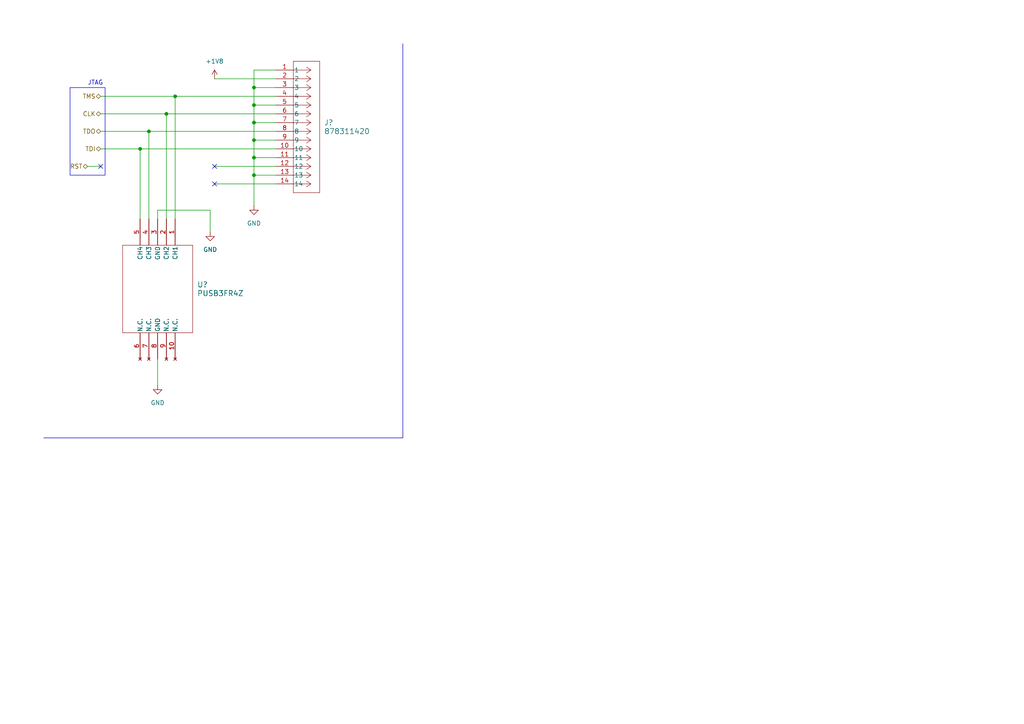
<source format=kicad_sch>
(kicad_sch (version 20231120) (generator "eeschema") (generator_version "8.0")
  (paper "A4")
  (lib_symbols
    (symbol "PSEC5_ctrlbd:878311420" (pin_names (offset 0.254))
      (property "Reference" "J" (at 8.89 6.35 0))
      (property "Value" "878311420" (at 0.254 4.826 0))
      (symbol "878311420_1_1"
        (polyline (pts (xy 5.08 -35.56) (xy 12.7 -35.56)) (stroke (width 0.127)))
        (polyline (pts (xy 5.08 2.54) (xy 5.08 -35.56)) (stroke (width 0.127)))
        (polyline (pts (xy 10.16 -33.02) (xy 5.08 -33.02)) (stroke (width 0.127)))
        (polyline (pts (xy 10.16 -33.02) (xy 8.89 -33.8667)) (stroke (width 0.127)))
        (polyline (pts (xy 10.16 -33.02) (xy 8.89 -32.1733)) (stroke (width 0.127)))
        (polyline (pts (xy 10.16 -30.48) (xy 5.08 -30.48)) (stroke (width 0.127)))
        (polyline (pts (xy 10.16 -30.48) (xy 8.89 -31.3267)) (stroke (width 0.127)))
        (polyline (pts (xy 10.16 -30.48) (xy 8.89 -29.6333)) (stroke (width 0.127)))
        (polyline (pts (xy 10.16 -27.94) (xy 5.08 -27.94)) (stroke (width 0.127)))
        (polyline (pts (xy 10.16 -27.94) (xy 8.89 -28.7867)) (stroke (width 0.127)))
        (polyline (pts (xy 10.16 -27.94) (xy 8.89 -27.0933)) (stroke (width 0.127)))
        (polyline (pts (xy 10.16 -25.4) (xy 5.08 -25.4)) (stroke (width 0.127)))
        (polyline (pts (xy 10.16 -25.4) (xy 8.89 -26.2467)) (stroke (width 0.127)))
        (polyline (pts (xy 10.16 -25.4) (xy 8.89 -24.5533)) (stroke (width 0.127)))
        (polyline (pts (xy 10.16 -22.86) (xy 5.08 -22.86)) (stroke (width 0.127)))
        (polyline (pts (xy 10.16 -22.86) (xy 8.89 -23.7067)) (stroke (width 0.127)))
        (polyline (pts (xy 10.16 -22.86) (xy 8.89 -22.0133)) (stroke (width 0.127)))
        (polyline (pts (xy 10.16 -20.32) (xy 5.08 -20.32)) (stroke (width 0.127)))
        (polyline (pts (xy 10.16 -20.32) (xy 8.89 -21.1667)) (stroke (width 0.127)))
        (polyline (pts (xy 10.16 -20.32) (xy 8.89 -19.4733)) (stroke (width 0.127)))
        (polyline (pts (xy 10.16 -17.78) (xy 5.08 -17.78)) (stroke (width 0.127)))
        (polyline (pts (xy 10.16 -17.78) (xy 8.89 -18.6267)) (stroke (width 0.127)))
        (polyline (pts (xy 10.16 -17.78) (xy 8.89 -16.9333)) (stroke (width 0.127)))
        (polyline (pts (xy 10.16 -15.24) (xy 5.08 -15.24)) (stroke (width 0.127)))
        (polyline (pts (xy 10.16 -15.24) (xy 8.89 -16.0867)) (stroke (width 0.127)))
        (polyline (pts (xy 10.16 -15.24) (xy 8.89 -14.3933)) (stroke (width 0.127)))
        (polyline (pts (xy 10.16 -12.7) (xy 5.08 -12.7)) (stroke (width 0.127)))
        (polyline (pts (xy 10.16 -12.7) (xy 8.89 -13.5467)) (stroke (width 0.127)))
        (polyline (pts (xy 10.16 -12.7) (xy 8.89 -11.8533)) (stroke (width 0.127)))
        (polyline (pts (xy 10.16 -10.16) (xy 5.08 -10.16)) (stroke (width 0.127)))
        (polyline (pts (xy 10.16 -10.16) (xy 8.89 -11.0067)) (stroke (width 0.127)))
        (polyline (pts (xy 10.16 -10.16) (xy 8.89 -9.3133)) (stroke (width 0.127)))
        (polyline (pts (xy 10.16 -7.62) (xy 5.08 -7.62)) (stroke (width 0.127)))
        (polyline (pts (xy 10.16 -7.62) (xy 8.89 -8.4667)) (stroke (width 0.127)))
        (polyline (pts (xy 10.16 -7.62) (xy 8.89 -6.7733)) (stroke (width 0.127)))
        (polyline (pts (xy 10.16 -5.08) (xy 5.08 -5.08)) (stroke (width 0.127)))
        (polyline (pts (xy 10.16 -5.08) (xy 8.89 -5.9267)) (stroke (width 0.127)))
        (polyline (pts (xy 10.16 -5.08) (xy 8.89 -4.2333)) (stroke (width 0.127)))
        (polyline (pts (xy 10.16 -2.54) (xy 5.08 -2.54)) (stroke (width 0.127)))
        (polyline (pts (xy 10.16 -2.54) (xy 8.89 -3.3867)) (stroke (width 0.127)))
        (polyline (pts (xy 10.16 -2.54) (xy 8.89 -1.6933)) (stroke (width 0.127)))
        (polyline (pts (xy 10.16 0) (xy 5.08 0)) (stroke (width 0.127)))
        (polyline (pts (xy 10.16 0) (xy 8.89 -0.8467)) (stroke (width 0.127)))
        (polyline (pts (xy 10.16 0) (xy 8.89 0.8467)) (stroke (width 0.127)))
        (polyline (pts (xy 12.7 -35.56) (xy 12.7 2.54)) (stroke (width 0.127)))
        (polyline (pts (xy 12.7 2.54) (xy 5.08 2.54)) (stroke (width 0.127)))
        (pin unspecified line (at 0 0 0) (length 5.08) (name "1") (number "1"))
        (pin unspecified line (at 0 -22.86 0) (length 5.08) (name "10") (number "10"))
        (pin unspecified line (at 0 -25.4 0) (length 5.08) (name "11") (number "11"))
        (pin unspecified line (at 0 -27.94 0) (length 5.08) (name "12") (number "12"))
        (pin unspecified line (at 0 -30.48 0) (length 5.08) (name "13") (number "13"))
        (pin unspecified line (at 0 -33.02 0) (length 5.08) (name "14") (number "14"))
        (pin unspecified line (at 0 -2.54 0) (length 5.08) (name "2") (number "2"))
        (pin unspecified line (at 0 -5.08 0) (length 5.08) (name "3") (number "3"))
        (pin unspecified line (at 0 -7.62 0) (length 5.08) (name "4") (number "4"))
        (pin unspecified line (at 0 -10.16 0) (length 5.08) (name "5") (number "5"))
        (pin unspecified line (at 0 -12.7 0) (length 5.08) (name "6") (number "6"))
        (pin unspecified line (at 0 -15.24 0) (length 5.08) (name "7") (number "7"))
        (pin unspecified line (at 0 -17.78 0) (length 5.08) (name "8") (number "8"))
        (pin unspecified line (at 0 -20.32 0) (length 5.08) (name "9") (number "9"))
      )
      (symbol "878311420_1_2"
        (polyline (pts (xy 5.08 -35.56) (xy 12.7 -35.56)) (stroke (width 0.127)))
        (polyline (pts (xy 5.08 2.54) (xy 5.08 -35.56)) (stroke (width 0.127)))
        (polyline (pts (xy 7.62 -33.02) (xy 5.08 -33.02)) (stroke (width 0.127)))
        (polyline (pts (xy 7.62 -33.02) (xy 8.89 -33.8667)) (stroke (width 0.127)))
        (polyline (pts (xy 7.62 -33.02) (xy 8.89 -32.1733)) (stroke (width 0.127)))
        (polyline (pts (xy 7.62 -30.48) (xy 5.08 -30.48)) (stroke (width 0.127)))
        (polyline (pts (xy 7.62 -30.48) (xy 8.89 -31.3267)) (stroke (width 0.127)))
        (polyline (pts (xy 7.62 -30.48) (xy 8.89 -29.6333)) (stroke (width 0.127)))
        (polyline (pts (xy 7.62 -27.94) (xy 5.08 -27.94)) (stroke (width 0.127)))
        (polyline (pts (xy 7.62 -27.94) (xy 8.89 -28.7867)) (stroke (width 0.127)))
        (polyline (pts (xy 7.62 -27.94) (xy 8.89 -27.0933)) (stroke (width 0.127)))
        (polyline (pts (xy 7.62 -25.4) (xy 5.08 -25.4)) (stroke (width 0.127)))
        (polyline (pts (xy 7.62 -25.4) (xy 8.89 -26.2467)) (stroke (width 0.127)))
        (polyline (pts (xy 7.62 -25.4) (xy 8.89 -24.5533)) (stroke (width 0.127)))
        (polyline (pts (xy 7.62 -22.86) (xy 5.08 -22.86)) (stroke (width 0.127)))
        (polyline (pts (xy 7.62 -22.86) (xy 8.89 -23.7067)) (stroke (width 0.127)))
        (polyline (pts (xy 7.62 -22.86) (xy 8.89 -22.0133)) (stroke (width 0.127)))
        (polyline (pts (xy 7.62 -20.32) (xy 5.08 -20.32)) (stroke (width 0.127)))
        (polyline (pts (xy 7.62 -20.32) (xy 8.89 -21.1667)) (stroke (width 0.127)))
        (polyline (pts (xy 7.62 -20.32) (xy 8.89 -19.4733)) (stroke (width 0.127)))
        (polyline (pts (xy 7.62 -17.78) (xy 5.08 -17.78)) (stroke (width 0.127)))
        (polyline (pts (xy 7.62 -17.78) (xy 8.89 -18.6267)) (stroke (width 0.127)))
        (polyline (pts (xy 7.62 -17.78) (xy 8.89 -16.9333)) (stroke (width 0.127)))
        (polyline (pts (xy 7.62 -15.24) (xy 5.08 -15.24)) (stroke (width 0.127)))
        (polyline (pts (xy 7.62 -15.24) (xy 8.89 -16.0867)) (stroke (width 0.127)))
        (polyline (pts (xy 7.62 -15.24) (xy 8.89 -14.3933)) (stroke (width 0.127)))
        (polyline (pts (xy 7.62 -12.7) (xy 5.08 -12.7)) (stroke (width 0.127)))
        (polyline (pts (xy 7.62 -12.7) (xy 8.89 -13.5467)) (stroke (width 0.127)))
        (polyline (pts (xy 7.62 -12.7) (xy 8.89 -11.8533)) (stroke (width 0.127)))
        (polyline (pts (xy 7.62 -10.16) (xy 5.08 -10.16)) (stroke (width 0.127)))
        (polyline (pts (xy 7.62 -10.16) (xy 8.89 -11.0067)) (stroke (width 0.127)))
        (polyline (pts (xy 7.62 -10.16) (xy 8.89 -9.3133)) (stroke (width 0.127)))
        (polyline (pts (xy 7.62 -7.62) (xy 5.08 -7.62)) (stroke (width 0.127)))
        (polyline (pts (xy 7.62 -7.62) (xy 8.89 -8.4667)) (stroke (width 0.127)))
        (polyline (pts (xy 7.62 -7.62) (xy 8.89 -6.7733)) (stroke (width 0.127)))
        (polyline (pts (xy 7.62 -5.08) (xy 5.08 -5.08)) (stroke (width 0.127)))
        (polyline (pts (xy 7.62 -5.08) (xy 8.89 -5.9267)) (stroke (width 0.127)))
        (polyline (pts (xy 7.62 -5.08) (xy 8.89 -4.2333)) (stroke (width 0.127)))
        (polyline (pts (xy 7.62 -2.54) (xy 5.08 -2.54)) (stroke (width 0.127)))
        (polyline (pts (xy 7.62 -2.54) (xy 8.89 -3.3867)) (stroke (width 0.127)))
        (polyline (pts (xy 7.62 -2.54) (xy 8.89 -1.6933)) (stroke (width 0.127)))
        (polyline (pts (xy 7.62 0) (xy 5.08 0)) (stroke (width 0.127)))
        (polyline (pts (xy 7.62 0) (xy 8.89 -0.8467)) (stroke (width 0.127)))
        (polyline (pts (xy 7.62 0) (xy 8.89 0.8467)) (stroke (width 0.127)))
        (polyline (pts (xy 12.7 -35.56) (xy 12.7 2.54)) (stroke (width 0.127)))
        (polyline (pts (xy 12.7 2.54) (xy 5.08 2.54)) (stroke (width 0.127)))
        (pin unspecified line (at 0 0 0) (length 5.08) (name "1") (number "1"))
        (pin unspecified line (at 0 -22.86 0) (length 5.08) (name "10") (number "10"))
        (pin unspecified line (at 0 -25.4 0) (length 5.08) (name "11") (number "11"))
        (pin unspecified line (at 0 -27.94 0) (length 5.08) (name "12") (number "12"))
        (pin unspecified line (at 0 -30.48 0) (length 5.08) (name "13") (number "13"))
        (pin unspecified line (at 0 -33.02 0) (length 5.08) (name "14") (number "14"))
        (pin unspecified line (at 0 -2.54 0) (length 5.08) (name "2") (number "2"))
        (pin unspecified line (at 0 -5.08 0) (length 5.08) (name "3") (number "3"))
        (pin unspecified line (at 0 -7.62 0) (length 5.08) (name "4") (number "4"))
        (pin unspecified line (at 0 -10.16 0) (length 5.08) (name "5") (number "5"))
        (pin unspecified line (at 0 -12.7 0) (length 5.08) (name "6") (number "6"))
        (pin unspecified line (at 0 -15.24 0) (length 5.08) (name "7") (number "7"))
        (pin unspecified line (at 0 -17.78 0) (length 5.08) (name "8") (number "8"))
        (pin unspecified line (at 0 -20.32 0) (length 5.08) (name "9") (number "9"))
      )
    )
    (symbol "PSEC5_ctrlbd:PUSB3FR4Z" (pin_names (offset 0.254))
      (property "Reference" "U" (at 20.32 10.16 0))
      (property "Value" "PUSB3FR4Z" (at 20.32 7.62 0))
      (symbol "PUSB3FR4Z_1_1"
        (polyline (pts (xy 7.62 -15.24) (xy 33.02 -15.24)) (stroke (width 0.127)))
        (polyline (pts (xy 7.62 5.08) (xy 7.62 -15.24)) (stroke (width 0.127)))
        (polyline (pts (xy 33.02 -15.24) (xy 33.02 5.08)) (stroke (width 0.127)))
        (polyline (pts (xy 33.02 5.08) (xy 7.62 5.08)) (stroke (width 0.127)))
        (pin bidirectional line (at 0 0 0) (length 7.62) (name "CH1") (number "1"))
        (pin no_connect line (at 40.64 0 180) (length 7.62) (name "N.C.") (number "10"))
        (pin bidirectional line (at 0 -2.54 0) (length 7.62) (name "CH2") (number "2"))
        (pin power_out line (at 0 -5.08 0) (length 7.62) (name "GND") (number "3"))
        (pin bidirectional line (at 0 -7.62 0) (length 7.62) (name "CH3") (number "4"))
        (pin bidirectional line (at 0 -10.16 0) (length 7.62) (name "CH4") (number "5"))
        (pin no_connect line (at 40.64 -10.16 180) (length 7.62) (name "N.C.") (number "6"))
        (pin no_connect line (at 40.64 -7.62 180) (length 7.62) (name "N.C.") (number "7"))
        (pin power_out line (at 40.64 -5.08 180) (length 7.62) (name "GND") (number "8"))
        (pin no_connect line (at 40.64 -2.54 180) (length 7.62) (name "N.C.") (number "9"))
      )
    )
    (symbol "power:+1V8" (power) (pin_numbers hide) (pin_names (offset 0) hide)
      (property "Value" "+1V8" (at 0 3.556 0))
      (symbol "+1V8_0_1"
        (polyline (pts (xy -0.762 1.27) (xy 0 2.54)))
        (polyline (pts (xy 0 0) (xy 0 2.54)))
        (polyline (pts (xy 0 2.54) (xy 0.762 1.27)))
      )
      (symbol "+1V8_1_1"
        (pin power_in line (at 0 0 90) (length 0) (name "~") (number "1"))
      )
    )
    (symbol "power:GND" (power) (pin_numbers hide) (pin_names (offset 0) hide)
      (property "Value" "GND" (at 0 -3.81 0))
      (symbol "GND_0_1"
        (polyline (pts (xy 0 0) (xy 0 -1.27) (xy 1.27 -1.27) (xy 0 -2.54) (xy -1.27 -1.27) (xy 0 -1.27)))
      )
      (symbol "GND_1_1"
        (pin power_in line (at 0 0 270) (length 0) (name "~") (number "1"))
      )
    )
  )
  (junction (at 73.66 40.64))
  (junction (at 73.66 45.72))
  (junction (at 43.18 38.1))
  (junction (at 48.26 33.02))
  (junction (at 73.66 35.56))
  (junction (at 73.66 50.8))
  (junction (at 40.64 43.18))
  (junction (at 73.66 30.48))
  (junction (at 50.8 27.94))
  (junction (at 73.66 25.4))
  (no_connect (at 29.21 48.26))
  (no_connect (at 62.23 48.26))
  (no_connect (at 62.23 53.34))
  (polyline (pts (xy 17.78 127) (xy 116.84 127)))
  (wire (pts (xy 73.66 35.56) (xy 80.01 35.56)))
  (wire (pts (xy 45.72 63.5) (xy 45.72 60.96)))
  (wire (pts (xy 73.66 30.48) (xy 80.01 30.48)))
  (wire (pts (xy 29.21 33.02) (xy 48.26 33.02)))
  (wire (pts (xy 25.4 48.26) (xy 29.21 48.26)))
  (wire (pts (xy 40.64 43.18) (xy 80.01 43.18)))
  (wire (pts (xy 45.72 104.14) (xy 45.72 111.76)))
  (wire (pts (xy 29.21 38.1) (xy 43.18 38.1)))
  (wire (pts (xy 43.18 38.1) (xy 80.01 38.1)))
  (wire (pts (xy 62.23 53.34) (xy 80.01 53.34)))
  (wire (pts (xy 43.18 38.1) (xy 43.18 63.5)))
  (wire (pts (xy 73.66 35.56) (xy 73.66 40.64)))
  (wire (pts (xy 40.64 43.18) (xy 40.64 63.5)))
  (wire (pts (xy 50.8 27.94) (xy 50.8 63.5)))
  (wire (pts (xy 62.23 48.26) (xy 80.01 48.26)))
  (wire (pts (xy 73.66 50.8) (xy 73.66 59.69)))
  (wire (pts (xy 73.66 40.64) (xy 80.01 40.64)))
  (wire (pts (xy 29.21 27.94) (xy 50.8 27.94)))
  (wire (pts (xy 73.66 45.72) (xy 80.01 45.72)))
  (wire (pts (xy 73.66 25.4) (xy 80.01 25.4)))
  (wire (pts (xy 73.66 30.48) (xy 73.66 35.56)))
  (wire (pts (xy 73.66 20.32) (xy 73.66 25.4)))
  (polyline (pts (xy 116.84 12.7) (xy 116.84 127)))
  (wire (pts (xy 73.66 40.64) (xy 73.66 45.72)))
  (wire (pts (xy 62.23 22.86) (xy 80.01 22.86)))
  (wire (pts (xy 50.8 27.94) (xy 80.01 27.94)))
  (wire (pts (xy 73.66 25.4) (xy 73.66 30.48)))
  (wire (pts (xy 73.66 50.8) (xy 80.01 50.8)))
  (wire (pts (xy 29.21 43.18) (xy 40.64 43.18)))
  (wire (pts (xy 48.26 33.02) (xy 48.26 63.5)))
  (wire (pts (xy 45.72 60.96) (xy 60.96 60.96)))
  (wire (pts (xy 73.66 45.72) (xy 73.66 50.8)))
  (polyline (pts (xy 12.7 127) (xy 17.78 127)))
  (wire (pts (xy 48.26 33.02) (xy 80.01 33.02)))
  (wire (pts (xy 60.96 60.96) (xy 60.96 67.31)))
  (wire (pts (xy 73.66 20.32) (xy 80.01 20.32)))
  (rectangle (start 20.32 25.4) (end 30.48 50.8))
  (text "JTAG" (at 27.686 24.13 0) (effects (font (size 1.27 1.27))))
  (hierarchical_label "TDI" (shape bidirectional) (at 29.21 43.18 180))
  (hierarchical_label "TMS" (shape bidirectional) (at 29.21 27.94 180))
  (hierarchical_label "TDO" (shape bidirectional) (at 29.21 38.1 180))
  (hierarchical_label "CLK" (shape bidirectional) (at 29.21 33.02 180))
  (hierarchical_label "RST" (shape bidirectional) (at 25.4 48.26 180))
  (symbol (lib_id "PSEC5_ctrlbd:PUSB3FR4Z") (at 50.8 63.5 270) (unit 1)
    (property "Reference" "U?" (at 57.15 82.5499 90) (effects (font (size 1.524 1.524)) (justify left)))
    (property "Value" "PUSB3FR4Z" (at 57.15 85.0899 90) (effects (font (size 1.524 1.524)) (justify left)))
    (property "Footprint" "U_PUSB3FR4Z_NEX" (effects (hide yes)))
    (property "Datasheet" "PUSB3FR4Z" (effects (hide yes)))
    (instances (project "PSEC5_Ctrl_Board" (path "" (reference "U?") (unit 1)) (path "" (reference "U3") (unit 1))))
  )
  (symbol (lib_id "power:+1V8") (at 62.23 22.86 0) (unit 1)
    (property "Reference" "#PWR?" (effects (hide yes)))
    (property "Value" "+1V8" (at 62.23 17.78 0))
    (property "Description" "Power symbol creates a global label with name \"+1V8\"" (effects (hide yes)))
    (instances (project "PSEC5_Ctrl_Board" (path "" (reference "#PWR?") (unit 1)) (path "" (reference "#PWR062") (unit 1))))
  )
  (symbol (lib_id "power:GND") (at 45.72 111.76 0) (unit 1)
    (property "Reference" "#PWR?" (effects (hide yes)))
    (property "Value" "GND" (at 45.72 116.84 0))
    (property "Description" "Power symbol creates a global label with name \"GND\" , ground" (effects (hide yes)))
    (instances (project "PSEC5_Ctrl_Board" (path "" (reference "#PWR?") (unit 1)) (path "" (reference "#PWR060") (unit 1))))
  )
  (symbol (lib_id "PSEC5_ctrlbd:878311420") (at 80.01 20.32 0) (unit 1)
    (property "Reference" "J?" (at 93.98 35.5599 0) (effects (font (size 1.524 1.524)) (justify left)))
    (property "Value" "878311420" (at 93.98 38.0999 0) (effects (font (size 1.524 1.524)) (justify left)))
    (property "Footprint" "CONN_87831-1420_MOL" (effects (hide yes)))
    (property "Datasheet" "878311420" (effects (hide yes)))
    (instances (project "PSEC5_Ctrl_Board" (path "" (reference "J?") (unit 1)) (path "" (reference "J12") (unit 1))))
  )
  (symbol (lib_id "power:GND") (at 60.96 67.31 0) (unit 1)
    (property "Reference" "#PWR?" (effects (hide yes)))
    (property "Value" "GND" (at 60.96 72.39 0))
    (property "Description" "Power symbol creates a global label with name \"GND\" , ground" (effects (hide yes)))
    (instances (project "PSEC5_Ctrl_Board" (path "" (reference "#PWR?") (unit 1)) (path "" (reference "#PWR061") (unit 1))))
  )
  (symbol (lib_id "power:GND") (at 73.66 59.69 0) (unit 1)
    (property "Reference" "#PWR?" (effects (hide yes)))
    (property "Value" "GND" (at 73.66 64.77 0))
    (property "Description" "Power symbol creates a global label with name \"GND\" , ground" (effects (hide yes)))
    (instances (project "PSEC5_Ctrl_Board" (path "" (reference "#PWR?") (unit 1)) (path "" (reference "#PWR063") (unit 1))))
  )
)
</source>
